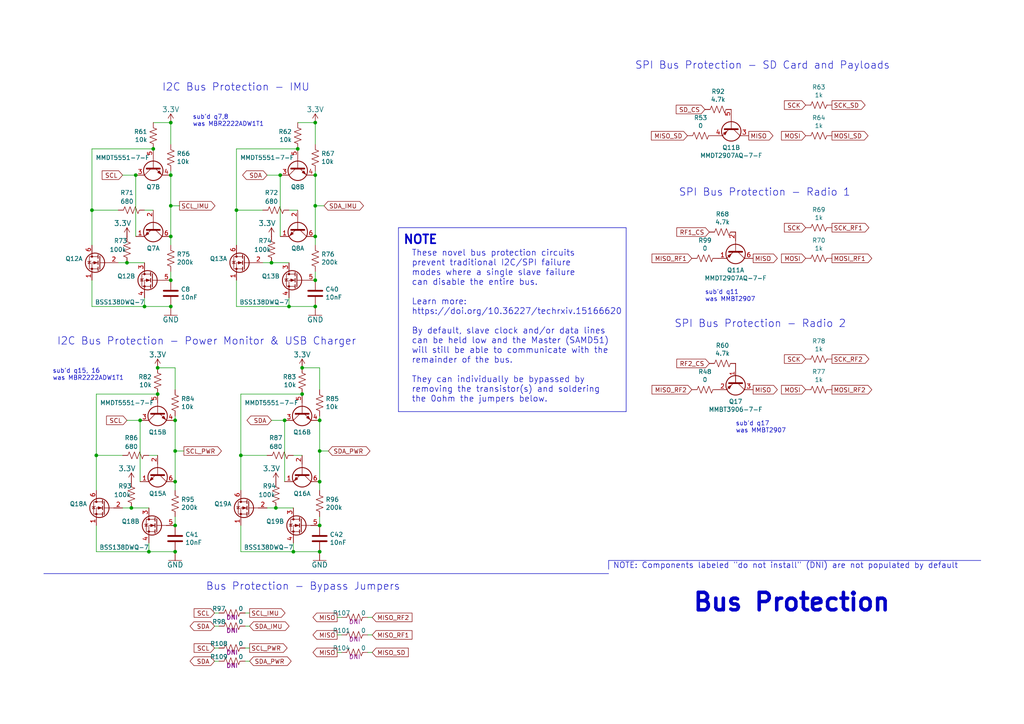
<source format=kicad_sch>
(kicad_sch (version 20230121) (generator eeschema)
  (paper "A4")
  (title_block (title "PyCubed Mainboard") (date "2021-06-09") (rev "v05c") (company "Max Holliday"))
  (lib_symbols
    (symbol "Device:C" (pin_numbers hide) (pin_names (offset 0.254))
      (property "Reference" "C" (at 0.635 2.54 0))
      (property "Value" "C" (at 0.635 -2.54 0))
      (symbol "C_0_1"
        (polyline (pts (xy -2.032 -0.762) (xy 2.032 -0.762)) (stroke (width 0.508)))
        (polyline (pts (xy -2.032 0.762) (xy 2.032 0.762)) (stroke (width 0.508)))
      )
      (symbol "C_1_1"
        (pin passive line (at 0 3.81 270) (length 2.794) (name "~") (number "1"))
        (pin passive line (at 0 -3.81 90) (length 2.794) (name "~") (number "2"))
      )
    )
    (symbol "Device:R_US" (pin_numbers hide) (pin_names (offset 0))
      (property "Reference" "R" (at 2.54 0 90))
      (property "Value" "R_US" (at -2.54 0 90))
      (symbol "R_US_0_1"
        (polyline (pts (xy 0 -2.286) (xy 0 -2.54)))
        (polyline (pts (xy 0 2.286) (xy 0 2.54)))
        (polyline (pts (xy 0 -0.762) (xy 1.016 -1.143) (xy 0 -1.524) (xy -1.016 -1.905) (xy 0 -2.286)))
        (polyline (pts (xy 0 0.762) (xy 1.016 0.381) (xy 0 0) (xy -1.016 -0.381) (xy 0 -0.762)))
        (polyline (pts (xy 0 2.286) (xy 1.016 1.905) (xy 0 1.524) (xy -1.016 1.143) (xy 0 0.762)))
      )
      (symbol "R_US_1_1"
        (pin passive line (at 0 3.81 270) (length 1.27) (name "~") (number "1"))
        (pin passive line (at 0 -3.81 90) (length 1.27) (name "~") (number "2"))
      )
    )
    (symbol "mainboard-rescue:MBT2222ADW1T1-Transistor_BJT-mainboard-rescue" (pin_names (offset 0) hide)
      (property "Reference" "Q" (at 5.08 1.27 0))
      (property "Value" "MBT2222ADW1T1-Transistor_BJT-mainboard-rescue" (at 5.08 -1.27 0))
      (symbol "MBT2222ADW1T1-Transistor_BJT-mainboard-rescue_0_1"
        (polyline (pts (xy 0.635 0) (xy -2.54 0)))
        (polyline (pts (xy 0.635 0.635) (xy 2.54 2.54)))
        (polyline (pts (xy 0.635 -0.635) (xy 2.54 -2.54) (xy 2.54 -2.54)))
        (polyline (pts (xy 0.635 1.905) (xy 0.635 -1.905) (xy 0.635 -1.905)) (stroke (width 0.508)))
        (polyline (pts (xy 1.27 -1.778) (xy 1.778 -1.27) (xy 2.286 -2.286) (xy 1.27 -1.778) (xy 1.27 -1.778)) (fill (type outline)))
        (circle (center 1.27 0) (radius 2.8194) (stroke (width 0.254)))
      )
      (symbol "MBT2222ADW1T1-Transistor_BJT-mainboard-rescue_1_1"
        (pin passive line (at 2.54 -5.08 90) (length 2.54) (name "E1") (number "1"))
        (pin input line (at -5.08 0 0) (length 2.54) (name "B1") (number "2"))
        (pin passive line (at 2.54 5.08 270) (length 2.54) (name "C1") (number "6"))
      )
      (symbol "MBT2222ADW1T1-Transistor_BJT-mainboard-rescue_2_1"
        (pin passive line (at 2.54 5.08 270) (length 2.54) (name "C2") (number "3"))
        (pin passive line (at 2.54 -5.08 90) (length 2.54) (name "E2") (number "4"))
        (pin input line (at -5.08 0 0) (length 2.54) (name "B2") (number "5"))
      )
    )
    (symbol "mainboard:3.3V" (power) (pin_names (offset 1.016))
      (property "Value" "3.3V" (at -1.016 3.556 0))
      (symbol "3.3V_1_0"
        (polyline (pts (xy 0 2.54) (xy -0.762 1.27)))
        (polyline (pts (xy 0.762 1.27) (xy 0 2.54)))
        (pin power_in line (at 0 0 90) (length 2.54) (name "3.3V") (number "1"))
      )
    )
    (symbol "mainboard:BSS138DWQ-7" (pin_names (offset 0.762) hide)
      (property "Reference" "Q" (at -2.54 5.08 0))
      (property "Value" "BSS138DWQ-7" (at 3.81 6.35 0))
      (symbol "BSS138DWQ-7_1_1"
        (polyline (pts (xy -1.016 0) (xy -3.81 0)))
        (polyline (pts (xy -1.016 1.905) (xy -1.016 -1.905)) (stroke (width 0.254)))
        (polyline (pts (xy -0.508 -1.27) (xy -0.508 -2.286)) (stroke (width 0.254)))
        (polyline (pts (xy -0.508 0.508) (xy -0.508 -0.508)) (stroke (width 0.254)))
        (polyline (pts (xy -0.508 2.286) (xy -0.508 1.27)) (stroke (width 0.254)))
        (polyline (pts (xy 1.27 2.54) (xy 1.27 1.778)))
        (polyline (pts (xy 1.27 -2.54) (xy 1.27 0) (xy -0.508 0)))
        (polyline (pts (xy -0.508 -1.778) (xy 2.032 -1.778) (xy 2.032 1.778) (xy -0.508 1.778)))
        (polyline (pts (xy -0.254 0) (xy 0.762 0.381) (xy 0.762 -0.381) (xy -0.254 0)) (fill (type outline)))
        (polyline (pts (xy 1.524 0.508) (xy 1.651 0.381) (xy 2.413 0.381) (xy 2.54 0.254)))
        (polyline (pts (xy 2.032 0.381) (xy 1.651 -0.254) (xy 2.413 -0.254) (xy 2.032 0.381)))
        (circle (center 0.381 0) (radius 2.794) (stroke (width 0.254)))
        (circle (center 1.27 -1.778) (radius 0.254) (fill (type outline)))
        (circle (center 1.27 1.778) (radius 0.254) (fill (type outline)))
        (pin passive line (at 1.27 -5.08 90) (length 2.54) (name "S2") (number "1"))
        (pin input line (at -6.35 0 0) (length 2.54) (name "G2") (number "2"))
        (pin passive line (at 1.27 5.08 270) (length 2.54) (name "D1") (number "6"))
      )
      (symbol "BSS138DWQ-7_2_1"
        (polyline (pts (xy -1.016 0) (xy -3.81 0)))
        (polyline (pts (xy -1.016 1.905) (xy -1.016 -1.905)) (stroke (width 0.254)))
        (polyline (pts (xy -0.508 -1.27) (xy -0.508 -2.286)) (stroke (width 0.254)))
        (polyline (pts (xy -0.508 0.508) (xy -0.508 -0.508)) (stroke (width 0.254)))
        (polyline (pts (xy -0.508 2.286) (xy -0.508 1.27)) (stroke (width 0.254)))
        (polyline (pts (xy 1.27 2.54) (xy 1.27 1.778)))
        (polyline (pts (xy 1.27 -2.54) (xy 1.27 0) (xy -0.508 0)))
        (polyline (pts (xy -0.508 -1.778) (xy 2.032 -1.778) (xy 2.032 1.778) (xy -0.508 1.778)))
        (polyline (pts (xy -0.254 0) (xy 0.762 0.381) (xy 0.762 -0.381) (xy -0.254 0)) (fill (type outline)))
        (polyline (pts (xy 1.524 0.508) (xy 1.651 0.381) (xy 2.413 0.381) (xy 2.54 0.254)))
        (polyline (pts (xy 2.032 0.381) (xy 1.651 -0.254) (xy 2.413 -0.254) (xy 2.032 0.381)))
        (circle (center 0.381 0) (radius 2.794) (stroke (width 0.254)))
        (circle (center 1.27 -1.778) (radius 0.254) (fill (type outline)))
        (circle (center 1.27 1.778) (radius 0.254) (fill (type outline)))
        (pin passive line (at 1.27 5.08 270) (length 2.54) (name "D2") (number "3"))
        (pin passive line (at 1.27 -5.08 90) (length 2.54) (name "S1") (number "4"))
        (pin input line (at -6.35 0 0) (length 2.54) (name "G1") (number "5"))
      )
    )
    (symbol "mainboard:GND" (power) (pin_names (offset 1.016))
      (property "Value" "GND" (at -2.54 -2.54 0))
      (symbol "GND_1_0"
        (polyline (pts (xy -1.905 0) (xy 1.905 0)))
        (pin power_in line (at 0 2.54 270) (length 2.54) (name "GND") (number "1"))
      )
    )
    (symbol "mainboard:MMBT2907" (pin_names (offset 0) hide)
      (property "Reference" "Q" (at 5.08 1.905 0))
      (property "Value" "MMBT2907" (at 5.08 0 0))
      (symbol "MMBT2907_0_1"
        (polyline (pts (xy 0.635 0.635) (xy 2.54 2.54)))
        (polyline (pts (xy 0.635 -0.635) (xy 2.54 -2.54) (xy 2.54 -2.54)))
        (polyline (pts (xy 0.635 1.905) (xy 0.635 -1.905) (xy 0.635 -1.905)) (stroke (width 0.508)))
        (polyline (pts (xy 2.286 -1.778) (xy 1.778 -2.286) (xy 1.27 -1.27) (xy 2.286 -1.778) (xy 2.286 -1.778)) (fill (type outline)))
        (circle (center 1.27 0) (radius 2.8194) (stroke (width 0.254)))
      )
      (symbol "MMBT2907_1_1"
        (pin input line (at -5.08 0 0) (length 5.715) (name "B") (number "1"))
        (pin passive line (at 2.54 -5.08 90) (length 2.54) (name "E") (number "2"))
        (pin passive line (at 2.54 5.08 270) (length 2.54) (name "C") (number "3"))
      )
    )
    (symbol "mainboard:MMDT2907" (pin_names (offset 0) hide)
      (property "Reference" "Q" (at 5.08 1.27 0))
      (property "Value" "MMDT2907" (at 5.08 -1.27 0))
      (symbol "MMDT2907_0_1"
        (polyline (pts (xy 0.635 0) (xy -2.54 0)))
        (polyline (pts (xy 0.635 0.635) (xy 2.54 2.54)))
        (polyline (pts (xy 0.635 -0.635) (xy 2.54 -2.54) (xy 2.54 -2.54)))
        (polyline (pts (xy 0.635 1.905) (xy 0.635 -1.905) (xy 0.635 -1.905)) (stroke (width 0.508)))
        (polyline (pts (xy 2.286 -1.778) (xy 1.778 -2.286) (xy 1.27 -1.27) (xy 2.286 -1.778) (xy 2.286 -1.778)) (fill (type outline)))
        (circle (center 1.27 0) (radius 2.8194) (stroke (width 0.254)))
      )
      (symbol "MMDT2907_1_1"
        (pin passive line (at 2.54 -5.08 90) (length 2.54) (name "E1") (number "1"))
        (pin input line (at -5.08 0 0) (length 2.54) (name "B1") (number "2"))
        (pin passive line (at 2.54 5.08 270) (length 2.54) (name "C1") (number "6"))
      )
      (symbol "MMDT2907_2_1"
        (pin passive line (at 2.54 5.08 270) (length 2.54) (name "C2") (number "3"))
        (pin passive line (at 2.54 -5.08 90) (length 2.54) (name "E2") (number "4"))
        (pin input line (at -5.08 0 0) (length 2.54) (name "B2") (number "5"))
      )
    )
  )
  (junction (at 92.71 121.92))
  (junction (at 91.44 59.69))
  (junction (at 87.63 106.68))
  (junction (at 92.71 160.02))
  (junction (at 91.44 88.9))
  (junction (at 49.53 50.8))
  (junction (at 50.8 152.4))
  (junction (at 69.85 132.08))
  (junction (at 36.83 76.2))
  (junction (at 41.91 88.9))
  (junction (at 85.09 160.02))
  (junction (at 39.37 50.8))
  (junction (at 43.18 160.02))
  (junction (at 83.82 88.9))
  (junction (at 91.44 50.8))
  (junction (at 49.53 35.56))
  (junction (at 87.63 114.3))
  (junction (at 38.1 147.32))
  (junction (at 50.8 130.81))
  (junction (at 49.53 88.9))
  (junction (at 49.53 59.69))
  (junction (at 49.53 81.28))
  (junction (at 82.55 121.92))
  (junction (at 27.94 132.08))
  (junction (at 45.72 106.68))
  (junction (at 68.58 60.96))
  (junction (at 50.8 121.92))
  (junction (at 92.71 139.7))
  (junction (at 50.8 139.7))
  (junction (at 92.71 152.4))
  (junction (at 50.8 160.02))
  (junction (at 78.74 76.2))
  (junction (at 91.44 68.58))
  (junction (at 26.67 60.96))
  (junction (at 91.44 35.56))
  (junction (at 91.44 81.28))
  (junction (at 92.71 130.81))
  (junction (at 40.64 121.92))
  (junction (at 45.72 114.3))
  (junction (at 81.28 50.8))
  (junction (at 44.45 43.18))
  (junction (at 80.01 147.32))
  (junction (at 86.36 43.18))
  (junction (at 49.53 68.58))
  (wire (pts (xy 93.98 59.69) (xy 91.44 59.69)))
  (wire (pts (xy 72.39 191.77) (xy 71.12 191.77)))
  (wire (pts (xy 43.18 160.02) (xy 50.8 160.02)))
  (wire (pts (xy 49.53 78.74) (xy 49.53 81.28)))
  (wire (pts (xy 97.79 189.23) (xy 99.06 189.23)))
  (wire (pts (xy 68.58 60.96) (xy 76.2 60.96)))
  (wire (pts (xy 50.8 120.65) (xy 50.8 121.92)))
  (wire (pts (xy 49.53 68.58) (xy 49.53 59.69)))
  (wire (pts (xy 92.71 113.03) (xy 92.71 106.68)))
  (wire (pts (xy 27.94 160.02) (xy 43.18 160.02)))
  (wire (pts (xy 41.91 88.9) (xy 49.53 88.9)))
  (wire (pts (xy 50.8 106.68) (xy 45.72 106.68)))
  (wire (pts (xy 85.09 160.02) (xy 92.71 160.02)))
  (wire (pts (xy 107.95 189.23) (xy 106.68 189.23)))
  (wire (pts (xy 107.95 184.15) (xy 106.68 184.15)))
  (wire (pts (xy 39.37 50.8) (xy 39.37 68.58)))
  (wire (pts (xy 92.71 149.86) (xy 92.71 152.4)))
  (wire (pts (xy 50.8 130.81) (xy 50.8 121.92)))
  (wire (pts (xy 69.85 142.24) (xy 69.85 132.08)))
  (polyline (pts (xy 115.57 119.38) (xy 181.61 119.38)))
  (wire (pts (xy 49.53 35.56) (xy 44.45 35.56)))
  (polyline (pts (xy 12.7 166.37) (xy 176.53 166.37)))
  (wire (pts (xy 40.64 121.92) (xy 40.64 139.7)))
  (wire (pts (xy 69.85 132.08) (xy 69.85 114.3)))
  (wire (pts (xy 69.85 152.4) (xy 69.85 160.02)))
  (wire (pts (xy 26.67 43.18) (xy 44.45 43.18)))
  (wire (pts (xy 68.58 88.9) (xy 83.82 88.9)))
  (wire (pts (xy 68.58 81.28) (xy 68.58 88.9)))
  (wire (pts (xy 97.79 179.07) (xy 99.06 179.07)))
  (wire (pts (xy 91.44 49.53) (xy 91.44 50.8)))
  (wire (pts (xy 85.09 157.48) (xy 85.09 160.02)))
  (wire (pts (xy 92.71 130.81) (xy 92.71 121.92)))
  (wire (pts (xy 81.28 50.8) (xy 81.28 68.58)))
  (polyline (pts (xy 181.61 119.38) (xy 181.61 66.04)))
  (wire (pts (xy 68.58 43.18) (xy 86.36 43.18)))
  (wire (pts (xy 91.44 78.74) (xy 91.44 81.28)))
  (wire (pts (xy 77.47 50.8) (xy 81.28 50.8)))
  (wire (pts (xy 27.94 132.08) (xy 27.94 114.3)))
  (wire (pts (xy 50.8 149.86) (xy 50.8 152.4)))
  (wire (pts (xy 62.23 191.77) (xy 63.5 191.77)))
  (wire (pts (xy 83.82 76.2) (xy 78.74 76.2)))
  (wire (pts (xy 50.8 142.24) (xy 50.8 139.7)))
  (polyline (pts (xy 181.61 66.04) (xy 115.57 66.04)))
  (wire (pts (xy 91.44 35.56) (xy 86.36 35.56)))
  (wire (pts (xy 44.45 60.96) (xy 41.91 60.96)))
  (wire (pts (xy 91.44 59.69) (xy 91.44 50.8)))
  (wire (pts (xy 43.18 147.32) (xy 38.1 147.32)))
  (wire (pts (xy 43.18 157.48) (xy 43.18 160.02)))
  (wire (pts (xy 50.8 139.7) (xy 50.8 130.81)))
  (wire (pts (xy 26.67 71.12) (xy 26.67 60.96)))
  (wire (pts (xy 69.85 160.02) (xy 85.09 160.02)))
  (wire (pts (xy 95.25 130.81) (xy 92.71 130.81)))
  (wire (pts (xy 72.39 187.96) (xy 71.12 187.96)))
  (wire (pts (xy 27.94 114.3) (xy 45.72 114.3)))
  (wire (pts (xy 49.53 41.91) (xy 49.53 35.56)))
  (wire (pts (xy 92.71 139.7) (xy 92.71 130.81)))
  (polyline (pts (xy 115.57 66.04) (xy 115.57 119.38)))
  (wire (pts (xy 62.23 181.61) (xy 63.5 181.61)))
  (wire (pts (xy 72.39 181.61) (xy 71.12 181.61)))
  (wire (pts (xy 35.56 50.8) (xy 39.37 50.8)))
  (wire (pts (xy 26.67 60.96) (xy 26.67 43.18)))
  (wire (pts (xy 85.09 147.32) (xy 80.01 147.32)))
  (wire (pts (xy 41.91 86.36) (xy 41.91 88.9)))
  (wire (pts (xy 49.53 71.12) (xy 49.53 68.58)))
  (wire (pts (xy 92.71 142.24) (xy 92.71 139.7)))
  (wire (pts (xy 78.74 121.92) (xy 82.55 121.92)))
  (wire (pts (xy 36.83 121.92) (xy 40.64 121.92)))
  (wire (pts (xy 92.71 106.68) (xy 87.63 106.68)))
  (wire (pts (xy 97.79 184.15) (xy 99.06 184.15)))
  (wire (pts (xy 87.63 132.08) (xy 85.09 132.08)))
  (wire (pts (xy 53.34 130.81) (xy 50.8 130.81)))
  (wire (pts (xy 69.85 114.3) (xy 87.63 114.3)))
  (wire (pts (xy 86.36 60.96) (xy 83.82 60.96)))
  (wire (pts (xy 50.8 113.03) (xy 50.8 106.68)))
  (wire (pts (xy 49.53 59.69) (xy 49.53 50.8)))
  (wire (pts (xy 27.94 142.24) (xy 27.94 132.08)))
  (wire (pts (xy 68.58 60.96) (xy 68.58 43.18)))
  (wire (pts (xy 68.58 71.12) (xy 68.58 60.96)))
  (wire (pts (xy 62.23 177.8) (xy 63.5 177.8)))
  (wire (pts (xy 92.71 120.65) (xy 92.71 121.92)))
  (wire (pts (xy 82.55 121.92) (xy 82.55 139.7)))
  (wire (pts (xy 91.44 35.56) (xy 91.44 41.91)))
  (wire (pts (xy 107.95 179.07) (xy 106.68 179.07)))
  (wire (pts (xy 83.82 86.36) (xy 83.82 88.9)))
  (wire (pts (xy 62.23 187.96) (xy 63.5 187.96)))
  (wire (pts (xy 69.85 132.08) (xy 77.47 132.08)))
  (wire (pts (xy 91.44 68.58) (xy 91.44 59.69)))
  (wire (pts (xy 45.72 132.08) (xy 43.18 132.08)))
  (wire (pts (xy 41.91 76.2) (xy 36.83 76.2)))
  (wire (pts (xy 27.94 132.08) (xy 35.56 132.08)))
  (wire (pts (xy 72.39 177.8) (xy 71.12 177.8)))
  (wire (pts (xy 83.82 88.9) (xy 91.44 88.9)))
  (wire (pts (xy 26.67 60.96) (xy 34.29 60.96)))
  (wire (pts (xy 52.07 59.69) (xy 49.53 59.69)))
  (wire (pts (xy 36.83 76.2) (xy 34.29 76.2)))
  (wire (pts (xy 78.74 76.2) (xy 76.2 76.2)))
  (wire (pts (xy 26.67 88.9) (xy 41.91 88.9)))
  (polyline (pts (xy 176.53 162.56) (xy 284.48 162.56)))
  (wire (pts (xy 49.53 49.53) (xy 49.53 50.8)))
  (wire (pts (xy 26.67 81.28) (xy 26.67 88.9)))
  (wire (pts (xy 80.01 147.32) (xy 77.47 147.32)))
  (wire (pts (xy 27.94 152.4) (xy 27.94 160.02)))
  (wire (pts (xy 38.1 147.32) (xy 35.56 147.32)))
  (polyline (pts (xy 176.53 165.1) (xy 176.53 162.56)))
  (wire (pts (xy 91.44 71.12) (xy 91.44 68.58)))
  (text "sub'd q17\nwas MMBT2907" (at 213.36 125.73 0) (effects (font (size 1.27 1.27)) (justify left bottom)))
  (text "Bus Protection - Bypass Jumpers" (at 59.69 171.45 0) (effects (font (size 2.159 2.159)) (justify left bottom)))
  (text "SPI Bus Protection - SD Card and Payloads" (at 184.15 20.32 0) (effects (font (size 2.159 2.159)) (justify left bottom)))
  (text "sub'd q7,8\nwas MBR2222ADW1T1" (at 55.88 36.83 0) (effects (font (size 1.27 1.27)) (justify left bottom)))
  (text "SPI Bus Protection - Radio 2" (at 195.58 95.25 0) (effects (font (size 2.159 2.159)) (justify left bottom)))
  (text "These novel bus protection circuits\nprevent traditional I2C/SPI failure \nmodes where a single slave failure\ncan disable the entire bus.\n\nLearn more: \nhttps://doi.org/10.36227/techrxiv.15166620\n\nBy default, slave clock and/or data lines \ncan be held low and the Master (SAMD51) \nwill still be able to communicate with the \nremainder of the bus.\n\nThey can individually be bypassed by \nremoving the transistor(s) and soldering\nthe 0ohm the jumpers below." (at 119.38 116.84 0) (effects (font (size 1.7526 1.7526)) (justify left bottom)))
  (text "Bus Protection" (at 200.66 177.8 0) (effects (font (size 5.08 5.08) (thickness 1.016) bold) (justify left bottom)))
  (text "NOTE" (at 116.84 71.12 0) (effects (font (size 2.54 2.54) (thickness 0.508) bold) (justify left bottom)))
  (text "I2C Bus Protection - Power Monitor & USB Charger" (at 16.51 100.33 0) (effects (font (size 2.159 2.159)) (justify left bottom)))
  (text "SPI Bus Protection - Radio 1" (at 196.85 57.15 0) (effects (font (size 2.159 2.159)) (justify left bottom)))
  (text "NOTE: Components labeled \"do not install\" (DNI) are not populated by default" (at 177.8 165.1 0) (effects (font (size 1.651 1.651)) (justify left bottom)))
  (text "sub'd q15, 16\nwas MBR2222ADW1T1" (at 15.24 110.49 0) (effects (font (size 1.27 1.27)) (justify left bottom)))
  (text "sub'd q11\nwas MMBT2907" (at 204.47 87.63 0) (effects (font (size 1.27 1.27)) (justify left bottom)))
  (text "I2C Bus Protection - IMU" (at 46.99 26.67 0) (effects (font (size 2.159 2.159)) (justify left bottom)))
  (global_label "SD_CS" (shape input) (at 204.47 31.75 180) (property "Intersheetrefs" "${INTERSHEET_REFS}" (effects hide)))
  (global_label "MOSI_RF2" (shape output) (at 241.3 113.03 0) (property "Intersheetrefs" "${INTERSHEET_REFS}" (effects hide)))
  (global_label "SDA_IMU" (shape bidirectional) (at 93.98 59.69 0) (property "Intersheetrefs" "${INTERSHEET_REFS}" (effects hide)))
  (global_label "MISO" (shape output) (at 97.79 184.15 180) (property "Intersheetrefs" "${INTERSHEET_REFS}" (effects hide)))
  (global_label "MOSI" (shape input) (at 233.68 74.93 180) (property "Intersheetrefs" "${INTERSHEET_REFS}" (effects hide)))
  (global_label "SDA" (shape bidirectional) (at 77.47 50.8 180) (property "Intersheetrefs" "${INTERSHEET_REFS}" (effects hide)))
  (global_label "SDA" (shape bidirectional) (at 78.74 121.92 180) (property "Intersheetrefs" "${INTERSHEET_REFS}" (effects hide)))
  (global_label "SCL" (shape input) (at 35.56 50.8 180) (property "Intersheetrefs" "${INTERSHEET_REFS}" (effects hide)))
  (global_label "MOSI_SD" (shape output) (at 241.3 39.37 0) (property "Intersheetrefs" "${INTERSHEET_REFS}" (effects hide)))
  (global_label "MOSI" (shape input) (at 233.68 39.37 180) (property "Intersheetrefs" "${INTERSHEET_REFS}" (effects hide)))
  (global_label "SCL_IMU" (shape output) (at 72.39 177.8 0) (property "Intersheetrefs" "${INTERSHEET_REFS}" (effects hide)))
  (global_label "SCK_SD" (shape output) (at 241.3 30.48 0) (property "Intersheetrefs" "${INTERSHEET_REFS}" (effects hide)))
  (global_label "SDA_PWR" (shape bidirectional) (at 72.39 191.77 0) (property "Intersheetrefs" "${INTERSHEET_REFS}" (effects hide)))
  (global_label "SCK_RF1" (shape output) (at 241.3 66.04 0) (property "Intersheetrefs" "${INTERSHEET_REFS}" (effects hide)))
  (global_label "MISO_SD" (shape input) (at 107.95 189.23 0) (property "Intersheetrefs" "${INTERSHEET_REFS}" (effects hide)))
  (global_label "RF2_CS" (shape input) (at 205.74 105.41 180) (property "Intersheetrefs" "${INTERSHEET_REFS}" (effects hide)))
  (global_label "MISO" (shape output) (at 218.44 113.03 0) (property "Intersheetrefs" "${INTERSHEET_REFS}" (effects hide)))
  (global_label "MOSI_RF1" (shape output) (at 241.3 74.93 0) (property "Intersheetrefs" "${INTERSHEET_REFS}" (effects hide)))
  (global_label "MISO_SD" (shape input) (at 199.39 39.37 180) (property "Intersheetrefs" "${INTERSHEET_REFS}" (effects hide)))
  (global_label "MOSI" (shape input) (at 233.68 113.03 180) (property "Intersheetrefs" "${INTERSHEET_REFS}" (effects hide)))
  (global_label "SCL_PWR" (shape output) (at 72.39 187.96 0) (property "Intersheetrefs" "${INTERSHEET_REFS}" (effects hide)))
  (global_label "RF1_CS" (shape input) (at 205.74 67.31 180) (property "Intersheetrefs" "${INTERSHEET_REFS}" (effects hide)))
  (global_label "SCL_IMU" (shape output) (at 52.07 59.69 0) (property "Intersheetrefs" "${INTERSHEET_REFS}" (effects hide)))
  (global_label "MISO" (shape output) (at 218.44 74.93 0) (property "Intersheetrefs" "${INTERSHEET_REFS}" (effects hide)))
  (global_label "MISO_RF1" (shape input) (at 200.66 74.93 180) (property "Intersheetrefs" "${INTERSHEET_REFS}" (effects hide)))
  (global_label "MISO_RF2" (shape input) (at 200.66 113.03 180) (property "Intersheetrefs" "${INTERSHEET_REFS}" (effects hide)))
  (global_label "SCL" (shape input) (at 62.23 187.96 180) (property "Intersheetrefs" "${INTERSHEET_REFS}" (effects hide)))
  (global_label "SDA_IMU" (shape bidirectional) (at 72.39 181.61 0) (property "Intersheetrefs" "${INTERSHEET_REFS}" (effects hide)))
  (global_label "SDA" (shape bidirectional) (at 62.23 181.61 180) (property "Intersheetrefs" "${INTERSHEET_REFS}" (effects hide)))
  (global_label "MISO" (shape output) (at 217.17 39.37 0) (property "Intersheetrefs" "${INTERSHEET_REFS}" (effects hide)))
  (global_label "SDA" (shape bidirectional) (at 62.23 191.77 180) (property "Intersheetrefs" "${INTERSHEET_REFS}" (effects hide)))
  (global_label "SDA_PWR" (shape bidirectional) (at 95.25 130.81 0) (property "Intersheetrefs" "${INTERSHEET_REFS}" (effects hide)))
  (global_label "MISO" (shape output) (at 97.79 179.07 180) (property "Intersheetrefs" "${INTERSHEET_REFS}" (effects hide)))
  (global_label "SCK_RF2" (shape output) (at 241.3 104.14 0) (property "Intersheetrefs" "${INTERSHEET_REFS}" (effects hide)))
  (global_label "SCK" (shape input) (at 233.68 66.04 180) (property "Intersheetrefs" "${INTERSHEET_REFS}" (effects hide)))
  (global_label "MISO" (shape output) (at 97.79 189.23 180) (property "Intersheetrefs" "${INTERSHEET_REFS}" (effects hide)))
  (global_label "SCL" (shape input) (at 36.83 121.92 180) (property "Intersheetrefs" "${INTERSHEET_REFS}" (effects hide)))
  (global_label "SCL_PWR" (shape output) (at 53.34 130.81 0) (property "Intersheetrefs" "${INTERSHEET_REFS}" (effects hide)))
  (global_label "SCL" (shape input) (at 62.23 177.8 180) (property "Intersheetrefs" "${INTERSHEET_REFS}" (effects hide)))
  (global_label "MISO_RF2" (shape input) (at 107.95 179.07 0) (property "Intersheetrefs" "${INTERSHEET_REFS}" (effects hide)))
  (global_label "MISO_RF1" (shape input) (at 107.95 184.15 0) (property "Intersheetrefs" "${INTERSHEET_REFS}" (effects hide)))
  (global_label "SCK" (shape input) (at 233.68 30.48 180) (property "Intersheetrefs" "${INTERSHEET_REFS}" (effects hide)))
  (global_label "SCK" (shape input) (at 233.68 104.14 180) (property "Intersheetrefs" "${INTERSHEET_REFS}" (effects hide)))
  (symbol (lib_id "mainboard:BSS138DWQ-7") (at 27.94 76.2 0) (mirror y) (unit 1)
    (property "Reference" "Q12" (at 24.003 75.0316 0) (effects (justify left)))
    (property "Value" "BSS138DWQ-7" (at 41.91 87.63 0) (effects (justify left)))
    (property "Footprint" "mainboard:BSS138DWQ-7" (effects hide))
    (property "Datasheet" "https://www.diodes.com/assets/Datasheets/BSS138DWQ.pdf" (effects hide))
    (property "Description" "Dual N-Channel MOSFET - 2NMOS" (effects hide))
    (property "Flight" "BSS138DWQ-7" (effects hide))
    (property "Manufacturer_Name" "Diodes Incorporated" (effects hide))
    (property "Manufacturer_Part_Number" "BSS138DWQ-7" (effects hide))
    (property "Proto" "BSS138DWQ-7" (effects hide))
  )
  (symbol (lib_id "mainboard:BSS138DWQ-7") (at 43.18 81.28 0) (mirror y) (unit 2)
    (property "Reference" "Q12" (at 39.243 80.1116 0) (effects (justify left)))
    (property "Value" "BSS138DWQ-7" (effects hide))
    (property "Footprint" "mainboard:BSS138DWQ-7" (effects hide))
    (property "Datasheet" "https://www.diodes.com/assets/Datasheets/BSS138DWQ.pdf" (effects hide))
    (property "Description" "Dual N-Channel MOSFET - 2NMOS" (effects hide))
    (property "Flight" "BSS138DWQ-7" (effects hide))
    (property "Manufacturer_Name" "Diodes Incorporated" (effects hide))
    (property "Manufacturer_Part_Number" "BSS138DWQ-7" (effects hide))
    (property "Proto" "BSS138DWQ-7" (effects hide))
  )
  (symbol (lib_id "mainboard-rescue:MBT2222ADW1T1-Transistor_BJT-mainboard-rescue") (at 44.45 66.04 270) (unit 1)
    (property "Reference" "Q7" (at 44.45 72.0344 90))
    (property "Value" "MMDT5551-7-F" (effects hide))
    (property "Footprint" "Package_TO_SOT_SMD:SOT-363_SC-70-6" (effects hide))
  )
  (symbol (lib_id "mainboard-rescue:MBT2222ADW1T1-Transistor_BJT-mainboard-rescue") (at 44.45 48.26 90) (mirror x) (unit 2)
    (property "Reference" "Q7" (at 44.45 54.229 90))
    (property "Value" "MMDT5551-7-F" (at 35.56 45.72 90))
    (property "Footprint" "Package_TO_SOT_SMD:SOT-363_SC-70-6" (effects hide))
    (property "Flight" "MMDT5551-7-F" (effects hide))
  )
  (symbol (lib_id "Device:C") (at 49.53 85.09 0) (unit 1)
    (property "Reference" "C8" (at 52.451 83.9216 0) (effects (justify left)))
    (property "Value" "10nF" (at 52.451 86.233 0) (effects (justify left)))
    (property "Footprint" "Capacitor_SMD:C_0603_1608Metric" (effects hide))
  )
  (symbol (lib_id "mainboard:GND") (at 49.53 91.44 0) (unit 1)
    (property "Reference" "#GND045" (effects hide))
    (property "Value" "GND" (at 49.53 92.71 0) (effects (font (size 1.4986 1.4986))))
  )
  (symbol (lib_id "Device:R_US") (at 49.53 45.72 0) (unit 1)
    (property "Reference" "R66" (at 51.2572 44.5516 0) (effects (justify left)))
    (property "Value" "10k" (at 51.2572 46.863 0) (effects (justify left)))
    (property "Footprint" "Resistor_SMD:R_0603_1608Metric" (effects hide))
  )
  (symbol (lib_id "Device:R_US") (at 44.45 39.37 0) (unit 1)
    (property "Reference" "R61" (at 42.7482 38.2016 0) (effects (justify right)))
    (property "Value" "10k" (at 42.7482 40.513 0) (effects (justify right)))
    (property "Footprint" "Resistor_SMD:R_0603_1608Metric" (effects hide))
  )
  (symbol (lib_id "Device:R_US") (at 38.1 60.96 270) (unit 1)
    (property "Reference" "R71" (at 36.83 55.88 90))
    (property "Value" "680" (at 36.83 58.42 90))
    (property "Footprint" "Resistor_SMD:R_0603_1608Metric" (effects hide))
  )
  (symbol (lib_id "Device:R_US") (at 36.83 72.39 0) (unit 1)
    (property "Reference" "R73" (at 33.02 69.85 0) (effects (justify left)))
    (property "Value" "100k" (at 31.75 72.39 0) (effects (justify left)))
    (property "Footprint" "Resistor_SMD:R_0603_1608Metric" (effects hide))
  )
  (symbol (lib_id "mainboard:3.3V") (at 36.83 68.58 0) (unit 1)
    (property "Reference" "#P+07" (effects hide))
    (property "Value" "3.3V" (at 35.56 64.77 0) (effects (font (size 1.4986 1.4986))))
  )
  (symbol (lib_id "Device:R_US") (at 49.53 74.93 0) (unit 1)
    (property "Reference" "R75" (at 51.2572 73.7616 0) (effects (justify left)))
    (property "Value" "200k" (at 51.2572 76.073 0) (effects (justify left)))
    (property "Footprint" "Resistor_SMD:R_0603_1608Metric" (effects hide))
  )
  (symbol (lib_id "mainboard-rescue:MBT2222ADW1T1-Transistor_BJT-mainboard-rescue") (at 86.36 66.04 270) (unit 1)
    (property "Reference" "Q8" (at 86.36 72.0344 90))
    (property "Value" "MMDT5551-7-F" (effects hide))
    (property "Footprint" "Package_TO_SOT_SMD:SOT-363_SC-70-6" (effects hide))
    (property "Description" "Dual NPN BJT - 2NPN" (effects hide))
    (property "Flight" "MBT2222ADW1T1G" (effects hide))
    (property "Manufacturer_Name" "ON Semiconductor" (effects hide))
    (property "Manufacturer_Part_Number" "MBT2222ADW1T1G" (effects hide))
    (property "Proto" "MBT2222ADW1T1G" (effects hide))
  )
  (symbol (lib_id "mainboard-rescue:MBT2222ADW1T1-Transistor_BJT-mainboard-rescue") (at 86.36 48.26 90) (mirror x) (unit 2)
    (property "Reference" "Q8" (at 86.36 54.229 90))
    (property "Value" "MMDT5551-7-F" (at 77.47 45.72 90))
    (property "Footprint" "Package_TO_SOT_SMD:SOT-363_SC-70-6" (effects hide))
    (property "Flight" "MMDT5551-7-F" (effects hide))
  )
  (symbol (lib_id "Device:C") (at 91.44 85.09 0) (unit 1)
    (property "Reference" "C40" (at 94.361 83.9216 0) (effects (justify left)))
    (property "Value" "10nF" (at 94.361 86.233 0) (effects (justify left)))
    (property "Footprint" "Capacitor_SMD:C_0603_1608Metric" (effects hide))
  )
  (symbol (lib_id "mainboard:GND") (at 91.44 91.44 0) (unit 1)
    (property "Reference" "#GND046" (effects hide))
    (property "Value" "GND" (at 91.44 92.71 0) (effects (font (size 1.4986 1.4986))))
  )
  (symbol (lib_id "Device:R_US") (at 86.36 39.37 0) (unit 1)
    (property "Reference" "R62" (at 84.6582 38.2016 0) (effects (justify right)))
    (property "Value" "10k" (at 84.6582 40.513 0) (effects (justify right)))
    (property "Footprint" "Resistor_SMD:R_0603_1608Metric" (effects hide))
  )
  (symbol (lib_id "Device:R_US") (at 80.01 60.96 270) (unit 1)
    (property "Reference" "R72" (at 78.74 55.88 90))
    (property "Value" "680" (at 78.74 58.42 90))
    (property "Footprint" "Resistor_SMD:R_0603_1608Metric" (effects hide))
  )
  (symbol (lib_id "mainboard:BSS138DWQ-7") (at 85.09 81.28 0) (mirror y) (unit 2)
    (property "Reference" "Q13" (at 81.153 80.1116 0) (effects (justify left)))
    (property "Value" "BSS138DWQ-7" (effects hide))
    (property "Footprint" "mainboard:BSS138DWQ-7" (effects hide))
    (property "Datasheet" "https://www.diodes.com/assets/Datasheets/BSS138DWQ.pdf" (effects hide))
    (property "Description" "Dual N-Channel MOSFET - 2NMOS" (effects hide))
    (property "Flight" "BSS138DWQ-7" (effects hide))
    (property "Manufacturer_Name" "Diodes Incorporated" (effects hide))
    (property "Manufacturer_Part_Number" "BSS138DWQ-7" (effects hide))
    (property "Proto" "BSS138DWQ-7" (effects hide))
  )
  (symbol (lib_id "Device:R_US") (at 91.44 74.93 0) (unit 1)
    (property "Reference" "R76" (at 93.1672 73.7616 0) (effects (justify left)))
    (property "Value" "200k" (at 93.1672 76.073 0) (effects (justify left)))
    (property "Footprint" "Resistor_SMD:R_0603_1608Metric" (effects hide))
  )
  (symbol (lib_id "mainboard:3.3V") (at 78.74 68.58 0) (unit 1)
    (property "Reference" "#P+08" (effects hide))
    (property "Value" "3.3V" (at 77.47 64.77 0) (effects (font (size 1.4986 1.4986))))
  )
  (symbol (lib_id "Device:R_US") (at 78.74 72.39 0) (unit 1)
    (property "Reference" "R74" (at 74.93 69.85 0) (effects (justify left)))
    (property "Value" "100k" (at 73.66 72.39 0) (effects (justify left)))
    (property "Footprint" "Resistor_SMD:R_0603_1608Metric" (effects hide))
  )
  (symbol (lib_id "mainboard:BSS138DWQ-7") (at 69.85 76.2 0) (mirror y) (unit 1)
    (property "Reference" "Q13" (at 65.913 75.0316 0) (effects (justify left)))
    (property "Value" "BSS138DWQ-7" (at 83.82 87.63 0) (effects (justify left)))
    (property "Footprint" "mainboard:BSS138DWQ-7" (effects hide))
    (property "Datasheet" "https://www.diodes.com/assets/Datasheets/BSS138DWQ.pdf" (effects hide))
    (property "Description" "Dual N-Channel MOSFET - 2NMOS" (effects hide))
    (property "Flight" "BSS138DWQ-7" (effects hide))
    (property "Manufacturer_Name" "Diodes Incorporated" (effects hide))
    (property "Manufacturer_Part_Number" "BSS138DWQ-7" (effects hide))
    (property "Proto" "BSS138DWQ-7" (effects hide))
  )
  (symbol (lib_id "Device:R_US") (at 91.44 45.72 0) (unit 1)
    (property "Reference" "R67" (at 93.1672 44.5516 0) (effects (justify left)))
    (property "Value" "10k" (at 93.1672 46.863 0) (effects (justify left)))
    (property "Footprint" "Resistor_SMD:R_0603_1608Metric" (effects hide))
  )
  (symbol (lib_id "mainboard-rescue:MBT2222ADW1T1-Transistor_BJT-mainboard-rescue") (at 45.72 119.38 90) (mirror x) (unit 2)
    (property "Reference" "Q15" (at 45.72 125.349 90))
    (property "Value" "MMDT5551-7-F" (at 36.83 116.84 90))
    (property "Footprint" "Package_TO_SOT_SMD:SOT-363_SC-70-6" (effects hide))
    (property "Flight" "MMDT5551-7-F" (effects hide))
  )
  (symbol (lib_id "Device:C") (at 50.8 156.21 0) (unit 1)
    (property "Reference" "C41" (at 53.721 155.0416 0) (effects (justify left)))
    (property "Value" "10nF" (at 53.721 157.353 0) (effects (justify left)))
    (property "Footprint" "Capacitor_SMD:C_0603_1608Metric" (effects hide))
  )
  (symbol (lib_id "mainboard:GND") (at 50.8 162.56 0) (unit 1)
    (property "Reference" "#GND050" (effects hide))
    (property "Value" "GND" (at 50.8 163.83 0) (effects (font (size 1.4986 1.4986))))
  )
  (symbol (lib_id "Device:R_US") (at 45.72 110.49 0) (unit 1)
    (property "Reference" "R82" (at 44.0182 109.3216 0) (effects (justify right)))
    (property "Value" "10k" (at 44.0182 111.633 0) (effects (justify right)))
    (property "Footprint" "Resistor_SMD:R_0603_1608Metric" (effects hide))
  )
  (symbol (lib_id "mainboard:3.3V") (at 45.72 106.68 0) (unit 1)
    (property "Reference" "#P+012" (effects hide))
    (property "Value" "3.3V" (at 45.72 102.87 0) (effects (font (size 1.4986 1.4986))))
  )
  (symbol (lib_id "Device:R_US") (at 39.37 132.08 270) (unit 1)
    (property "Reference" "R86" (at 38.1 127 90))
    (property "Value" "680" (at 38.1 129.54 90))
    (property "Footprint" "Resistor_SMD:R_0603_1608Metric" (effects hide))
  )
  (symbol (lib_id "mainboard:BSS138DWQ-7") (at 44.45 152.4 0) (mirror y) (unit 2)
    (property "Reference" "Q18" (at 40.513 151.2316 0) (effects (justify left)))
    (property "Value" "BSS138DWQ-7" (effects hide))
    (property "Footprint" "mainboard:BSS138DWQ-7" (effects hide))
    (property "Datasheet" "https://www.diodes.com/assets/Datasheets/BSS138DWQ.pdf" (effects hide))
    (property "Description" "Dual N-Channel MOSFET - 2NMOS" (effects hide))
    (property "Flight" "BSS138DWQ-7" (effects hide))
    (property "Manufacturer_Name" "Diodes Incorporated" (effects hide))
    (property "Manufacturer_Part_Number" "BSS138DWQ-7" (effects hide))
    (property "Proto" "BSS138DWQ-7" (effects hide))
  )
  (symbol (lib_id "Device:R_US") (at 50.8 146.05 0) (unit 1)
    (property "Reference" "R95" (at 52.5272 144.8816 0) (effects (justify left)))
    (property "Value" "200k" (at 52.5272 147.193 0) (effects (justify left)))
    (property "Footprint" "Resistor_SMD:R_0603_1608Metric" (effects hide))
  )
  (symbol (lib_id "mainboard:3.3V") (at 38.1 139.7 0) (unit 1)
    (property "Reference" "#P+017" (effects hide))
    (property "Value" "3.3V" (at 36.83 135.89 0) (effects (font (size 1.4986 1.4986))))
  )
  (symbol (lib_id "Device:R_US") (at 38.1 143.51 0) (unit 1)
    (property "Reference" "R93" (at 34.29 140.97 0) (effects (justify left)))
    (property "Value" "100k" (at 33.02 143.51 0) (effects (justify left)))
    (property "Footprint" "Resistor_SMD:R_0603_1608Metric" (effects hide))
  )
  (symbol (lib_id "mainboard:BSS138DWQ-7") (at 29.21 147.32 0) (mirror y) (unit 1)
    (property "Reference" "Q18" (at 25.273 146.1516 0) (effects (justify left)))
    (property "Value" "BSS138DWQ-7" (at 43.18 158.75 0) (effects (justify left)))
    (property "Footprint" "mainboard:BSS138DWQ-7" (effects hide))
    (property "Datasheet" "https://www.diodes.com/assets/Datasheets/BSS138DWQ.pdf" (effects hide))
    (property "Description" "Dual N-Channel MOSFET - 2NMOS" (effects hide))
    (property "Flight" "BSS138DWQ-7" (effects hide))
    (property "Manufacturer_Name" "Diodes Incorporated" (effects hide))
    (property "Manufacturer_Part_Number" "BSS138DWQ-7" (effects hide))
    (property "Proto" "BSS138DWQ-7" (effects hide))
  )
  (symbol (lib_id "Device:R_US") (at 50.8 116.84 0) (unit 1)
    (property "Reference" "R84" (at 52.5272 115.6716 0) (effects (justify left)))
    (property "Value" "10k" (at 52.5272 117.983 0) (effects (justify left)))
    (property "Footprint" "Resistor_SMD:R_0603_1608Metric" (effects hide))
  )
  (symbol (lib_id "mainboard-rescue:MBT2222ADW1T1-Transistor_BJT-mainboard-rescue") (at 87.63 119.38 90) (mirror x) (unit 2)
    (property "Reference" "Q16" (at 87.63 125.349 90))
    (property "Value" "MMDT5551-7-F" (at 78.74 116.84 90))
    (property "Footprint" "Package_TO_SOT_SMD:SOT-363_SC-70-6" (effects hide))
    (property "Flight" "MMDT5551-7-F" (effects hide))
  )
  (symbol (lib_id "Device:C") (at 92.71 156.21 0) (unit 1)
    (property "Reference" "C42" (at 95.631 155.0416 0) (effects (justify left)))
    (property "Value" "10nF" (at 95.631 157.353 0) (effects (justify left)))
    (property "Footprint" "Capacitor_SMD:C_0603_1608Metric" (effects hide))
  )
  (symbol (lib_id "mainboard:GND") (at 92.71 162.56 0) (unit 1)
    (property "Reference" "#GND053" (effects hide))
    (property "Value" "GND" (at 92.71 163.83 0) (effects (font (size 1.4986 1.4986))))
  )
  (symbol (lib_id "Device:R_US") (at 87.63 110.49 0) (unit 1)
    (property "Reference" "R83" (at 85.9282 109.3216 0) (effects (justify right)))
    (property "Value" "10k" (at 85.9282 111.633 0) (effects (justify right)))
    (property "Footprint" "Resistor_SMD:R_0603_1608Metric" (effects hide))
  )
  (symbol (lib_id "mainboard:3.3V") (at 87.63 106.68 0) (unit 1)
    (property "Reference" "#P+013" (effects hide))
    (property "Value" "3.3V" (at 87.63 102.87 0) (effects (font (size 1.4986 1.4986))))
  )
  (symbol (lib_id "Device:R_US") (at 81.28 132.08 270) (unit 1)
    (property "Reference" "R87" (at 80.01 127 90))
    (property "Value" "680" (at 80.01 129.54 90))
    (property "Footprint" "Resistor_SMD:R_0603_1608Metric" (effects hide))
  )
  (symbol (lib_id "mainboard:BSS138DWQ-7") (at 86.36 152.4 0) (mirror y) (unit 2)
    (property "Reference" "Q19" (at 82.423 151.2316 0) (effects (justify left)))
    (property "Value" "BSS138DWQ-7" (effects hide))
    (property "Footprint" "mainboard:BSS138DWQ-7" (effects hide))
    (property "Datasheet" "https://www.diodes.com/assets/Datasheets/BSS138DWQ.pdf" (effects hide))
    (property "Description" "Dual N-Channel MOSFET - 2NMOS" (effects hide))
    (property "Flight" "BSS138DWQ-7" (effects hide))
    (property "Manufacturer_Name" "Diodes Incorporated" (effects hide))
    (property "Manufacturer_Part_Number" "BSS138DWQ-7" (effects hide))
    (property "Proto" "BSS138DWQ-7" (effects hide))
  )
  (symbol (lib_id "Device:R_US") (at 92.71 146.05 0) (unit 1)
    (property "Reference" "R96" (at 94.4372 144.8816 0) (effects (justify left)))
    (property "Value" "200k" (at 94.4372 147.193 0) (effects (justify left)))
    (property "Footprint" "Resistor_SMD:R_0603_1608Metric" (effects hide))
  )
  (symbol (lib_id "mainboard:3.3V") (at 80.01 139.7 0) (unit 1)
    (property "Reference" "#P+018" (effects hide))
    (property "Value" "3.3V" (at 78.74 135.89 0) (effects (font (size 1.4986 1.4986))))
  )
  (symbol (lib_id "Device:R_US") (at 80.01 143.51 0) (unit 1)
    (property "Reference" "R94" (at 76.2 140.97 0) (effects (justify left)))
    (property "Value" "100k" (at 74.93 143.51 0) (effects (justify left)))
    (property "Footprint" "Resistor_SMD:R_0603_1608Metric" (effects hide))
  )
  (symbol (lib_id "mainboard:BSS138DWQ-7") (at 71.12 147.32 0) (mirror y) (unit 1)
    (property "Reference" "Q19" (at 67.183 146.1516 0) (effects (justify left)))
    (property "Value" "BSS138DWQ-7" (at 85.09 158.75 0) (effects (justify left)))
    (property "Footprint" "mainboard:BSS138DWQ-7" (effects hide))
    (property "Datasheet" "https://www.diodes.com/assets/Datasheets/BSS138DWQ.pdf" (effects hide))
    (property "Description" "Dual N-Channel MOSFET - 2NMOS" (effects hide))
    (property "Flight" "BSS138DWQ-7" (effects hide))
    (property "Manufacturer_Name" "Diodes Incorporated" (effects hide))
    (property "Manufacturer_Part_Number" "BSS138DWQ-7" (effects hide))
    (property "Proto" "BSS138DWQ-7" (effects hide))
  )
  (symbol (lib_id "Device:R_US") (at 92.71 116.84 0) (unit 1)
    (property "Reference" "R85" (at 94.4372 115.6716 0) (effects (justify left)))
    (property "Value" "10k" (at 94.4372 117.983 0) (effects (justify left)))
    (property "Footprint" "Resistor_SMD:R_0603_1608Metric" (effects hide))
  )
  (symbol (lib_id "Device:R_US") (at 209.55 67.31 270) (unit 1)
    (property "Reference" "R68" (at 209.55 62.103 90))
    (property "Value" "4.7k" (at 209.55 64.4144 90))
    (property "Footprint" "Resistor_SMD:R_0603_1608Metric" (effects hide))
  )
  (symbol (lib_id "Device:R_US") (at 237.49 30.48 270) (unit 1)
    (property "Reference" "R63" (at 237.49 25.273 90))
    (property "Value" "1k" (at 237.49 27.5844 90))
    (property "Footprint" "Resistor_SMD:R_0603_1608Metric" (effects hide))
  )
  (symbol (lib_id "Device:R_US") (at 237.49 66.04 270) (unit 1)
    (property "Reference" "R69" (at 237.49 60.833 90))
    (property "Value" "1k" (at 237.49 63.1444 90))
    (property "Footprint" "Resistor_SMD:R_0603_1608Metric" (effects hide))
  )
  (symbol (lib_id "Device:R_US") (at 237.49 39.37 270) (unit 1)
    (property "Reference" "R64" (at 237.49 34.163 90))
    (property "Value" "1k" (at 237.49 36.4744 90))
    (property "Footprint" "Resistor_SMD:R_0603_1608Metric" (effects hide))
  )
  (symbol (lib_id "mainboard-rescue:MBT2222ADW1T1-Transistor_BJT-mainboard-rescue") (at 45.72 137.16 270) (unit 1)
    (property "Reference" "Q15" (at 45.72 143.1544 90))
    (property "Value" "MMDT5551-7-F" (effects hide))
    (property "Footprint" "Package_TO_SOT_SMD:SOT-363_SC-70-6" (effects hide))
    (property "Description" "Dual NPN BJT - 2NPN" (effects hide))
    (property "Flight" "MBT2222ADW1T1G" (effects hide))
    (property "Manufacturer_Name" "ON Semiconductor" (effects hide))
    (property "Manufacturer_Part_Number" "MBT2222ADW1T1G" (effects hide))
    (property "Proto" "MBT2222ADW1T1G" (effects hide))
  )
  (symbol (lib_id "Device:R_US") (at 237.49 113.03 270) (unit 1)
    (property "Reference" "R77" (at 237.49 107.823 90))
    (property "Value" "1k" (at 237.49 110.1344 90))
    (property "Footprint" "Resistor_SMD:R_0603_1608Metric" (effects hide))
  )
  (symbol (lib_id "mainboard-rescue:MBT2222ADW1T1-Transistor_BJT-mainboard-rescue") (at 87.63 137.16 270) (unit 1)
    (property "Reference" "Q16" (at 87.63 143.1544 90))
    (property "Value" "MMDT5551-7-F" (effects hide))
    (property "Footprint" "Package_TO_SOT_SMD:SOT-363_SC-70-6" (effects hide))
    (property "Description" "Dual NPN BJT - 2NPN" (effects hide))
    (property "Flight" "MBT2222ADW1T1G" (effects hide))
    (property "Manufacturer_Name" "ON Semiconductor" (effects hide))
    (property "Manufacturer_Part_Number" "MBT2222ADW1T1G" (effects hide))
    (property "Proto" "MBT2222ADW1T1G" (effects hide))
  )
  (symbol (lib_id "Device:R_US") (at 237.49 104.14 270) (unit 1)
    (property "Reference" "R78" (at 237.49 98.933 90))
    (property "Value" "1k" (at 237.49 101.2444 90))
    (property "Footprint" "Resistor_SMD:R_0603_1608Metric" (effects hide))
  )
  (symbol (lib_id "Device:R_US") (at 67.31 191.77 270) (unit 1)
    (property "Reference" "R109" (at 63.5 190.5 90))
    (property "Value" "0" (at 69.85 190.5 90))
    (property "Footprint" "Resistor_SMD:R_0603_1608Metric" (effects hide))
    (property "DNI" "DNI" (at 67.31 193.04 90))
  )
  (symbol (lib_id "Device:R_US") (at 67.31 177.8 270) (unit 1)
    (property "Reference" "R97" (at 63.5 176.53 90))
    (property "Value" "0" (at 69.85 176.53 90))
    (property "Footprint" "Resistor_SMD:R_0603_1608Metric" (effects hide))
    (property "DNI" "DNI" (at 67.31 179.07 90))
  )
  (symbol (lib_id "Device:R_US") (at 67.31 181.61 270) (unit 1)
    (property "Reference" "R98" (at 63.5 180.34 90))
    (property "Value" "0" (at 69.85 180.34 90))
    (property "Footprint" "Resistor_SMD:R_0603_1608Metric" (effects hide))
    (property "DNI" "DNI" (at 67.31 182.88 90))
  )
  (symbol (lib_id "Device:R_US") (at 102.87 184.15 270) (unit 1)
    (property "Reference" "R101" (at 99.06 182.88 90))
    (property "Value" "0" (at 105.41 182.88 90))
    (property "Footprint" "Resistor_SMD:R_0603_1608Metric" (effects hide))
    (property "DNI" "DNI" (at 102.87 185.42 90))
  )
  (symbol (lib_id "Device:R_US") (at 102.87 189.23 270) (unit 1)
    (property "Reference" "R104" (at 99.06 187.96 90))
    (property "Value" "0" (at 105.41 187.96 90))
    (property "Footprint" "Resistor_SMD:R_0603_1608Metric" (effects hide))
    (property "DNI" "DNI" (at 102.87 190.5 90))
  )
  (symbol (lib_id "Device:R_US") (at 67.31 187.96 270) (unit 1)
    (property "Reference" "R108" (at 63.5 186.69 90))
    (property "Value" "0" (at 69.85 186.69 90))
    (property "Footprint" "Resistor_SMD:R_0603_1608Metric" (effects hide))
    (property "DNI" "DNI" (at 67.31 189.23 90))
  )
  (symbol (lib_id "Device:R_US") (at 102.87 179.07 270) (unit 1)
    (property "Reference" "R107" (at 99.06 177.8 90))
    (property "Value" "0" (at 105.41 177.8 90))
    (property "Footprint" "Resistor_SMD:R_0603_1608Metric" (effects hide))
    (property "DNI" "DNI" (at 102.87 180.34 90))
  )
  (symbol (lib_id "Device:R_US") (at 204.47 74.93 270) (unit 1)
    (property "Reference" "R99" (at 204.47 69.723 90))
    (property "Value" "0" (at 204.47 72.0344 90))
    (property "Footprint" "Resistor_SMD:R_0603_1608Metric" (effects hide))
  )
  (symbol (lib_id "Device:R_US") (at 237.49 74.93 90) (unit 1)
    (property "Reference" "R70" (at 237.49 69.723 90))
    (property "Value" "1k" (at 237.49 72.0344 90))
    (property "Footprint" "Resistor_SMD:R_0603_1608Metric" (effects hide))
  )
  (symbol (lib_id "Device:R_US") (at 204.47 113.03 270) (unit 1)
    (property "Reference" "R48" (at 204.47 107.823 90))
    (property "Value" "0" (at 204.47 110.1344 90))
    (property "Footprint" "Resistor_SMD:R_0603_1608Metric" (effects hide))
  )
  (symbol (lib_id "Device:R_US") (at 209.55 105.41 270) (unit 1)
    (property "Reference" "R60" (at 209.55 100.203 90))
    (property "Value" "4.7k" (at 209.55 102.5144 90))
    (property "Footprint" "Resistor_SMD:R_0603_1608Metric" (effects hide))
  )
  (symbol (lib_id "Device:R_US") (at 203.2 39.37 270) (unit 1)
    (property "Reference" "R53" (at 203.2 34.163 90))
    (property "Value" "0" (at 203.2 36.4744 90))
    (property "Footprint" "Resistor_SMD:R_0603_1608Metric" (effects hide))
  )
  (symbol (lib_id "Device:R_US") (at 208.28 31.75 270) (unit 1)
    (property "Reference" "R92" (at 208.28 26.543 90))
    (property "Value" "4.7k" (at 208.28 28.8544 90))
    (property "Footprint" "Resistor_SMD:R_0603_1608Metric" (effects hide))
  )
  (symbol (lib_id "mainboard:MMDT2907") (at 213.36 72.39 270) (unit 1)
    (property "Reference" "Q11" (at 213.36 78.359 90))
    (property "Value" "MMDT2907AQ-7-F" (at 213.36 80.6704 90))
    (property "Footprint" "Package_TO_SOT_SMD:SOT-363_SC-70-6" (effects hide))
    (property "Datasheet" "https://www.diodes.com/assets/Datasheets/MMDT2907AQ.pdf" (effects hide))
    (property "Description" "Dual PNP BJT - 2PNP" (effects hide))
    (property "Flight" "MMDT2907AQ-7-F" (effects hide))
    (property "Manufacturer_Name" "Diodes Incorporated" (effects hide))
    (property "Manufacturer_Part_Number" "MMDT2907AQ-7-F" (effects hide))
    (property "Proto" "MMDT2907A" (effects hide))
  )
  (symbol (lib_id "mainboard:MMDT2907") (at 212.09 36.83 270) (unit 2)
    (property "Reference" "Q11" (at 212.09 42.799 90))
    (property "Value" "MMDT2907AQ-7-F" (at 212.09 45.1104 90))
    (property "Footprint" "Package_TO_SOT_SMD:SOT-363_SC-70-6" (effects hide))
    (property "Datasheet" "https://www.diodes.com/assets/Datasheets/MMDT2907AQ.pdf" (effects hide))
    (property "Description" "Dual PNP BJT - 2PNP" (effects hide))
    (property "Flight" "MMDT2907AQ-7-F" (effects hide))
    (property "Manufacturer_Name" "Diodes Incorporated" (effects hide))
    (property "Manufacturer_Part_Number" "MMDT2907AQ-7-F" (effects hide))
    (property "Proto" "MMDT2907A" (effects hide))
  )
  (symbol (lib_id "mainboard:MMBT2907") (at 213.36 110.49 270) (unit 1)
    (property "Reference" "Q17" (at 213.36 116.459 90))
    (property "Value" "MMBT3906-7-F" (at 213.36 118.7704 90))
    (property "Footprint" "Package_TO_SOT_SMD:SOT-23" (effects hide))
    (property "Datasheet" "https://www.diodes.com/assets/Datasheets/ds30040.pdf" (effects hide))
    (property "Description" "Single PNP BJT" (effects hide))
    (property "Flight" "FJV992FMTF" (effects hide))
    (property "Manufacturer_Name" "ON Semiconductor" (effects hide))
    (property "Manufacturer_Part_Number" "MMBT2907ALT1G" (effects hide))
    (property "Proto" "MMBT2907A" (effects hide))
  )
  (symbol (lib_id "mainboard:3.3V") (at 49.53 35.56 0) (unit 1)
    (property "Reference" "#P+0101" (effects hide))
    (property "Value" "3.3V" (at 49.53 31.75 0) (effects (font (size 1.4986 1.4986))))
  )
  (symbol (lib_id "mainboard:3.3V") (at 91.44 35.56 0) (unit 1)
    (property "Reference" "#P+0102" (effects hide))
    (property "Value" "3.3V" (at 91.44 31.75 0) (effects (font (size 1.4986 1.4986))))
  )
)
</source>
